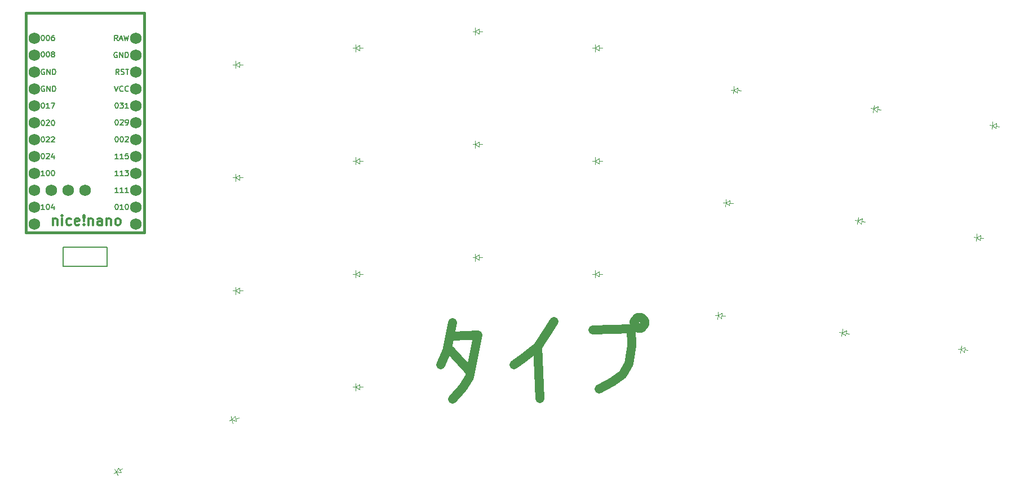
<source format=gbr>
%TF.GenerationSoftware,KiCad,Pcbnew,9.0.3*%
%TF.CreationDate,2025-07-25T16:12:42+02:00*%
%TF.ProjectId,right_pcb,72696768-745f-4706-9362-2e6b69636164,v1.0.0*%
%TF.SameCoordinates,Original*%
%TF.FileFunction,Legend,Top*%
%TF.FilePolarity,Positive*%
%FSLAX46Y46*%
G04 Gerber Fmt 4.6, Leading zero omitted, Abs format (unit mm)*
G04 Created by KiCad (PCBNEW 9.0.3) date 2025-07-25 16:12:42*
%MOMM*%
%LPD*%
G01*
G04 APERTURE LIST*
%ADD10C,1.375000*%
%ADD11C,0.150000*%
%ADD12C,0.300000*%
%ADD13C,0.100000*%
%ADD14C,0.381000*%
%ADD15C,1.752600*%
G04 APERTURE END LIST*
D10*
X302285669Y-138511749D02*
X305039313Y-141537374D01*
X302626194Y-134302413D02*
X302194276Y-136418506D01*
X302194276Y-136418506D02*
X301762358Y-138534598D01*
X301762358Y-138534598D02*
X300807129Y-140673538D01*
X302717587Y-136395657D02*
X306380764Y-136235720D01*
X306380764Y-136235720D02*
X305948846Y-138351812D01*
X305948846Y-138351812D02*
X305516928Y-140467904D01*
X305516928Y-140467904D02*
X305085010Y-142583996D01*
X305085010Y-142583996D02*
X304106932Y-144199625D01*
X304106932Y-144199625D02*
X302605544Y-145838103D01*
X315368444Y-137940543D02*
X315711167Y-145790208D01*
X317825061Y-134163125D02*
X316846983Y-135778755D01*
X316846983Y-135778755D02*
X315368444Y-137940543D01*
X315368444Y-137940543D02*
X313343744Y-139601869D01*
X313343744Y-139601869D02*
X311819508Y-140717036D01*
X323650027Y-135481727D02*
X329406447Y-135230396D01*
X329406447Y-135230396D02*
X329520689Y-137846951D01*
X329520689Y-137846951D02*
X329111619Y-140486354D01*
X329111619Y-140486354D02*
X328133542Y-142101984D01*
X328133542Y-142101984D02*
X326609305Y-143217151D01*
X326609305Y-143217151D02*
X324561758Y-144355166D01*
X330384525Y-133614767D02*
X330907835Y-133591919D01*
X330907835Y-133591919D02*
X331453995Y-134092382D01*
X331453995Y-134092382D02*
X331476843Y-134615692D01*
X331476843Y-134615692D02*
X330976380Y-135161852D01*
X330976380Y-135161852D02*
X330453069Y-135184700D01*
X330453069Y-135184700D02*
X329906910Y-134684237D01*
X329906910Y-134684237D02*
X329884062Y-134160926D01*
X329884062Y-134160926D02*
X330384525Y-133614767D01*
D11*
X241006574Y-108901327D02*
X241082764Y-108901327D01*
X241082764Y-108901327D02*
X241158955Y-108939422D01*
X241158955Y-108939422D02*
X241197050Y-108977517D01*
X241197050Y-108977517D02*
X241235145Y-109053708D01*
X241235145Y-109053708D02*
X241273240Y-109206089D01*
X241273240Y-109206089D02*
X241273240Y-109396565D01*
X241273240Y-109396565D02*
X241235145Y-109548946D01*
X241235145Y-109548946D02*
X241197050Y-109625136D01*
X241197050Y-109625136D02*
X241158955Y-109663232D01*
X241158955Y-109663232D02*
X241082764Y-109701327D01*
X241082764Y-109701327D02*
X241006574Y-109701327D01*
X241006574Y-109701327D02*
X240930383Y-109663232D01*
X240930383Y-109663232D02*
X240892288Y-109625136D01*
X240892288Y-109625136D02*
X240854193Y-109548946D01*
X240854193Y-109548946D02*
X240816097Y-109396565D01*
X240816097Y-109396565D02*
X240816097Y-109206089D01*
X240816097Y-109206089D02*
X240854193Y-109053708D01*
X240854193Y-109053708D02*
X240892288Y-108977517D01*
X240892288Y-108977517D02*
X240930383Y-108939422D01*
X240930383Y-108939422D02*
X241006574Y-108901327D01*
X241578002Y-108977517D02*
X241616098Y-108939422D01*
X241616098Y-108939422D02*
X241692288Y-108901327D01*
X241692288Y-108901327D02*
X241882764Y-108901327D01*
X241882764Y-108901327D02*
X241958955Y-108939422D01*
X241958955Y-108939422D02*
X241997050Y-108977517D01*
X241997050Y-108977517D02*
X242035145Y-109053708D01*
X242035145Y-109053708D02*
X242035145Y-109129898D01*
X242035145Y-109129898D02*
X241997050Y-109244184D01*
X241997050Y-109244184D02*
X241539907Y-109701327D01*
X241539907Y-109701327D02*
X242035145Y-109701327D01*
X242720860Y-109167993D02*
X242720860Y-109701327D01*
X242530384Y-108863232D02*
X242339907Y-109434660D01*
X242339907Y-109434660D02*
X242835146Y-109434660D01*
X252493669Y-97001327D02*
X252227002Y-96620374D01*
X252036526Y-97001327D02*
X252036526Y-96201327D01*
X252036526Y-96201327D02*
X252341288Y-96201327D01*
X252341288Y-96201327D02*
X252417478Y-96239422D01*
X252417478Y-96239422D02*
X252455573Y-96277517D01*
X252455573Y-96277517D02*
X252493669Y-96353708D01*
X252493669Y-96353708D02*
X252493669Y-96467993D01*
X252493669Y-96467993D02*
X252455573Y-96544184D01*
X252455573Y-96544184D02*
X252417478Y-96582279D01*
X252417478Y-96582279D02*
X252341288Y-96620374D01*
X252341288Y-96620374D02*
X252036526Y-96620374D01*
X252798430Y-96963232D02*
X252912716Y-97001327D01*
X252912716Y-97001327D02*
X253103192Y-97001327D01*
X253103192Y-97001327D02*
X253179383Y-96963232D01*
X253179383Y-96963232D02*
X253217478Y-96925136D01*
X253217478Y-96925136D02*
X253255573Y-96848946D01*
X253255573Y-96848946D02*
X253255573Y-96772755D01*
X253255573Y-96772755D02*
X253217478Y-96696565D01*
X253217478Y-96696565D02*
X253179383Y-96658470D01*
X253179383Y-96658470D02*
X253103192Y-96620374D01*
X253103192Y-96620374D02*
X252950811Y-96582279D01*
X252950811Y-96582279D02*
X252874621Y-96544184D01*
X252874621Y-96544184D02*
X252836526Y-96506089D01*
X252836526Y-96506089D02*
X252798430Y-96429898D01*
X252798430Y-96429898D02*
X252798430Y-96353708D01*
X252798430Y-96353708D02*
X252836526Y-96277517D01*
X252836526Y-96277517D02*
X252874621Y-96239422D01*
X252874621Y-96239422D02*
X252950811Y-96201327D01*
X252950811Y-96201327D02*
X253141288Y-96201327D01*
X253141288Y-96201327D02*
X253255573Y-96239422D01*
X253484145Y-96201327D02*
X253941288Y-96201327D01*
X253712716Y-97001327D02*
X253712716Y-96201327D01*
X252347621Y-109701327D02*
X251890478Y-109701327D01*
X252119050Y-109701327D02*
X252119050Y-108901327D01*
X252119050Y-108901327D02*
X252042859Y-109015612D01*
X252042859Y-109015612D02*
X251966669Y-109091803D01*
X251966669Y-109091803D02*
X251890478Y-109129898D01*
X253109526Y-109701327D02*
X252652383Y-109701327D01*
X252880955Y-109701327D02*
X252880955Y-108901327D01*
X252880955Y-108901327D02*
X252804764Y-109015612D01*
X252804764Y-109015612D02*
X252728574Y-109091803D01*
X252728574Y-109091803D02*
X252652383Y-109129898D01*
X253833336Y-108901327D02*
X253452384Y-108901327D01*
X253452384Y-108901327D02*
X253414288Y-109282279D01*
X253414288Y-109282279D02*
X253452384Y-109244184D01*
X253452384Y-109244184D02*
X253528574Y-109206089D01*
X253528574Y-109206089D02*
X253719050Y-109206089D01*
X253719050Y-109206089D02*
X253795241Y-109244184D01*
X253795241Y-109244184D02*
X253833336Y-109282279D01*
X253833336Y-109282279D02*
X253871431Y-109358470D01*
X253871431Y-109358470D02*
X253871431Y-109548946D01*
X253871431Y-109548946D02*
X253833336Y-109625136D01*
X253833336Y-109625136D02*
X253795241Y-109663232D01*
X253795241Y-109663232D02*
X253719050Y-109701327D01*
X253719050Y-109701327D02*
X253528574Y-109701327D01*
X253528574Y-109701327D02*
X253452384Y-109663232D01*
X253452384Y-109663232D02*
X253414288Y-109625136D01*
X241273240Y-98779423D02*
X241197050Y-98741328D01*
X241197050Y-98741328D02*
X241082764Y-98741328D01*
X241082764Y-98741328D02*
X240968478Y-98779423D01*
X240968478Y-98779423D02*
X240892288Y-98855613D01*
X240892288Y-98855613D02*
X240854193Y-98931804D01*
X240854193Y-98931804D02*
X240816097Y-99084185D01*
X240816097Y-99084185D02*
X240816097Y-99198471D01*
X240816097Y-99198471D02*
X240854193Y-99350852D01*
X240854193Y-99350852D02*
X240892288Y-99427042D01*
X240892288Y-99427042D02*
X240968478Y-99503233D01*
X240968478Y-99503233D02*
X241082764Y-99541328D01*
X241082764Y-99541328D02*
X241158955Y-99541328D01*
X241158955Y-99541328D02*
X241273240Y-99503233D01*
X241273240Y-99503233D02*
X241311336Y-99465137D01*
X241311336Y-99465137D02*
X241311336Y-99198471D01*
X241311336Y-99198471D02*
X241158955Y-99198471D01*
X241654193Y-99541328D02*
X241654193Y-98741328D01*
X241654193Y-98741328D02*
X242111336Y-99541328D01*
X242111336Y-99541328D02*
X242111336Y-98741328D01*
X242492288Y-99541328D02*
X242492288Y-98741328D01*
X242492288Y-98741328D02*
X242682764Y-98741328D01*
X242682764Y-98741328D02*
X242797050Y-98779423D01*
X242797050Y-98779423D02*
X242873240Y-98855613D01*
X242873240Y-98855613D02*
X242911335Y-98931804D01*
X242911335Y-98931804D02*
X242949431Y-99084185D01*
X242949431Y-99084185D02*
X242949431Y-99198471D01*
X242949431Y-99198471D02*
X242911335Y-99350852D01*
X242911335Y-99350852D02*
X242873240Y-99427042D01*
X242873240Y-99427042D02*
X242797050Y-99503233D01*
X242797050Y-99503233D02*
X242682764Y-99541328D01*
X242682764Y-99541328D02*
X242492288Y-99541328D01*
D12*
X242562049Y-118669360D02*
X242562049Y-119669360D01*
X242562049Y-118812217D02*
X242633478Y-118740789D01*
X242633478Y-118740789D02*
X242776335Y-118669360D01*
X242776335Y-118669360D02*
X242990621Y-118669360D01*
X242990621Y-118669360D02*
X243133478Y-118740789D01*
X243133478Y-118740789D02*
X243204907Y-118883646D01*
X243204907Y-118883646D02*
X243204907Y-119669360D01*
X243919192Y-119669360D02*
X243919192Y-118669360D01*
X243919192Y-118169360D02*
X243847764Y-118240789D01*
X243847764Y-118240789D02*
X243919192Y-118312217D01*
X243919192Y-118312217D02*
X243990621Y-118240789D01*
X243990621Y-118240789D02*
X243919192Y-118169360D01*
X243919192Y-118169360D02*
X243919192Y-118312217D01*
X245276336Y-119597932D02*
X245133478Y-119669360D01*
X245133478Y-119669360D02*
X244847764Y-119669360D01*
X244847764Y-119669360D02*
X244704907Y-119597932D01*
X244704907Y-119597932D02*
X244633478Y-119526503D01*
X244633478Y-119526503D02*
X244562050Y-119383646D01*
X244562050Y-119383646D02*
X244562050Y-118955074D01*
X244562050Y-118955074D02*
X244633478Y-118812217D01*
X244633478Y-118812217D02*
X244704907Y-118740789D01*
X244704907Y-118740789D02*
X244847764Y-118669360D01*
X244847764Y-118669360D02*
X245133478Y-118669360D01*
X245133478Y-118669360D02*
X245276336Y-118740789D01*
X246490621Y-119597932D02*
X246347764Y-119669360D01*
X246347764Y-119669360D02*
X246062050Y-119669360D01*
X246062050Y-119669360D02*
X245919192Y-119597932D01*
X245919192Y-119597932D02*
X245847764Y-119455074D01*
X245847764Y-119455074D02*
X245847764Y-118883646D01*
X245847764Y-118883646D02*
X245919192Y-118740789D01*
X245919192Y-118740789D02*
X246062050Y-118669360D01*
X246062050Y-118669360D02*
X246347764Y-118669360D01*
X246347764Y-118669360D02*
X246490621Y-118740789D01*
X246490621Y-118740789D02*
X246562050Y-118883646D01*
X246562050Y-118883646D02*
X246562050Y-119026503D01*
X246562050Y-119026503D02*
X245847764Y-119169360D01*
X247204906Y-119526503D02*
X247276335Y-119597932D01*
X247276335Y-119597932D02*
X247204906Y-119669360D01*
X247204906Y-119669360D02*
X247133478Y-119597932D01*
X247133478Y-119597932D02*
X247204906Y-119526503D01*
X247204906Y-119526503D02*
X247204906Y-119669360D01*
X247204906Y-119097932D02*
X247133478Y-118240789D01*
X247133478Y-118240789D02*
X247204906Y-118169360D01*
X247204906Y-118169360D02*
X247276335Y-118240789D01*
X247276335Y-118240789D02*
X247204906Y-119097932D01*
X247204906Y-119097932D02*
X247204906Y-118169360D01*
X247919192Y-118669360D02*
X247919192Y-119669360D01*
X247919192Y-118812217D02*
X247990621Y-118740789D01*
X247990621Y-118740789D02*
X248133478Y-118669360D01*
X248133478Y-118669360D02*
X248347764Y-118669360D01*
X248347764Y-118669360D02*
X248490621Y-118740789D01*
X248490621Y-118740789D02*
X248562050Y-118883646D01*
X248562050Y-118883646D02*
X248562050Y-119669360D01*
X249919193Y-119669360D02*
X249919193Y-118883646D01*
X249919193Y-118883646D02*
X249847764Y-118740789D01*
X249847764Y-118740789D02*
X249704907Y-118669360D01*
X249704907Y-118669360D02*
X249419193Y-118669360D01*
X249419193Y-118669360D02*
X249276335Y-118740789D01*
X249919193Y-119597932D02*
X249776335Y-119669360D01*
X249776335Y-119669360D02*
X249419193Y-119669360D01*
X249419193Y-119669360D02*
X249276335Y-119597932D01*
X249276335Y-119597932D02*
X249204907Y-119455074D01*
X249204907Y-119455074D02*
X249204907Y-119312217D01*
X249204907Y-119312217D02*
X249276335Y-119169360D01*
X249276335Y-119169360D02*
X249419193Y-119097932D01*
X249419193Y-119097932D02*
X249776335Y-119097932D01*
X249776335Y-119097932D02*
X249919193Y-119026503D01*
X250633478Y-118669360D02*
X250633478Y-119669360D01*
X250633478Y-118812217D02*
X250704907Y-118740789D01*
X250704907Y-118740789D02*
X250847764Y-118669360D01*
X250847764Y-118669360D02*
X251062050Y-118669360D01*
X251062050Y-118669360D02*
X251204907Y-118740789D01*
X251204907Y-118740789D02*
X251276336Y-118883646D01*
X251276336Y-118883646D02*
X251276336Y-119669360D01*
X252204907Y-119669360D02*
X252062050Y-119597932D01*
X252062050Y-119597932D02*
X251990621Y-119526503D01*
X251990621Y-119526503D02*
X251919193Y-119383646D01*
X251919193Y-119383646D02*
X251919193Y-118955074D01*
X251919193Y-118955074D02*
X251990621Y-118812217D01*
X251990621Y-118812217D02*
X252062050Y-118740789D01*
X252062050Y-118740789D02*
X252204907Y-118669360D01*
X252204907Y-118669360D02*
X252419193Y-118669360D01*
X252419193Y-118669360D02*
X252562050Y-118740789D01*
X252562050Y-118740789D02*
X252633479Y-118812217D01*
X252633479Y-118812217D02*
X252704907Y-118955074D01*
X252704907Y-118955074D02*
X252704907Y-119383646D01*
X252704907Y-119383646D02*
X252633479Y-119526503D01*
X252633479Y-119526503D02*
X252562050Y-119597932D01*
X252562050Y-119597932D02*
X252419193Y-119669360D01*
X252419193Y-119669360D02*
X252204907Y-119669360D01*
D11*
X241006574Y-91121327D02*
X241082764Y-91121327D01*
X241082764Y-91121327D02*
X241158955Y-91159422D01*
X241158955Y-91159422D02*
X241197050Y-91197517D01*
X241197050Y-91197517D02*
X241235145Y-91273708D01*
X241235145Y-91273708D02*
X241273240Y-91426089D01*
X241273240Y-91426089D02*
X241273240Y-91616565D01*
X241273240Y-91616565D02*
X241235145Y-91768946D01*
X241235145Y-91768946D02*
X241197050Y-91845136D01*
X241197050Y-91845136D02*
X241158955Y-91883232D01*
X241158955Y-91883232D02*
X241082764Y-91921327D01*
X241082764Y-91921327D02*
X241006574Y-91921327D01*
X241006574Y-91921327D02*
X240930383Y-91883232D01*
X240930383Y-91883232D02*
X240892288Y-91845136D01*
X240892288Y-91845136D02*
X240854193Y-91768946D01*
X240854193Y-91768946D02*
X240816097Y-91616565D01*
X240816097Y-91616565D02*
X240816097Y-91426089D01*
X240816097Y-91426089D02*
X240854193Y-91273708D01*
X240854193Y-91273708D02*
X240892288Y-91197517D01*
X240892288Y-91197517D02*
X240930383Y-91159422D01*
X240930383Y-91159422D02*
X241006574Y-91121327D01*
X241768479Y-91121327D02*
X241844669Y-91121327D01*
X241844669Y-91121327D02*
X241920860Y-91159422D01*
X241920860Y-91159422D02*
X241958955Y-91197517D01*
X241958955Y-91197517D02*
X241997050Y-91273708D01*
X241997050Y-91273708D02*
X242035145Y-91426089D01*
X242035145Y-91426089D02*
X242035145Y-91616565D01*
X242035145Y-91616565D02*
X241997050Y-91768946D01*
X241997050Y-91768946D02*
X241958955Y-91845136D01*
X241958955Y-91845136D02*
X241920860Y-91883232D01*
X241920860Y-91883232D02*
X241844669Y-91921327D01*
X241844669Y-91921327D02*
X241768479Y-91921327D01*
X241768479Y-91921327D02*
X241692288Y-91883232D01*
X241692288Y-91883232D02*
X241654193Y-91845136D01*
X241654193Y-91845136D02*
X241616098Y-91768946D01*
X241616098Y-91768946D02*
X241578002Y-91616565D01*
X241578002Y-91616565D02*
X241578002Y-91426089D01*
X241578002Y-91426089D02*
X241616098Y-91273708D01*
X241616098Y-91273708D02*
X241654193Y-91197517D01*
X241654193Y-91197517D02*
X241692288Y-91159422D01*
X241692288Y-91159422D02*
X241768479Y-91121327D01*
X242720860Y-91121327D02*
X242568479Y-91121327D01*
X242568479Y-91121327D02*
X242492288Y-91159422D01*
X242492288Y-91159422D02*
X242454193Y-91197517D01*
X242454193Y-91197517D02*
X242378003Y-91311803D01*
X242378003Y-91311803D02*
X242339907Y-91464184D01*
X242339907Y-91464184D02*
X242339907Y-91768946D01*
X242339907Y-91768946D02*
X242378003Y-91845136D01*
X242378003Y-91845136D02*
X242416098Y-91883232D01*
X242416098Y-91883232D02*
X242492288Y-91921327D01*
X242492288Y-91921327D02*
X242644669Y-91921327D01*
X242644669Y-91921327D02*
X242720860Y-91883232D01*
X242720860Y-91883232D02*
X242758955Y-91845136D01*
X242758955Y-91845136D02*
X242797050Y-91768946D01*
X242797050Y-91768946D02*
X242797050Y-91578470D01*
X242797050Y-91578470D02*
X242758955Y-91502279D01*
X242758955Y-91502279D02*
X242720860Y-91464184D01*
X242720860Y-91464184D02*
X242644669Y-91426089D01*
X242644669Y-91426089D02*
X242492288Y-91426089D01*
X242492288Y-91426089D02*
X242416098Y-91464184D01*
X242416098Y-91464184D02*
X242378003Y-91502279D01*
X242378003Y-91502279D02*
X242339907Y-91578470D01*
X252265098Y-91921327D02*
X251998431Y-91540374D01*
X251807955Y-91921327D02*
X251807955Y-91121327D01*
X251807955Y-91121327D02*
X252112717Y-91121327D01*
X252112717Y-91121327D02*
X252188907Y-91159422D01*
X252188907Y-91159422D02*
X252227002Y-91197517D01*
X252227002Y-91197517D02*
X252265098Y-91273708D01*
X252265098Y-91273708D02*
X252265098Y-91387993D01*
X252265098Y-91387993D02*
X252227002Y-91464184D01*
X252227002Y-91464184D02*
X252188907Y-91502279D01*
X252188907Y-91502279D02*
X252112717Y-91540374D01*
X252112717Y-91540374D02*
X251807955Y-91540374D01*
X252569859Y-91692755D02*
X252950812Y-91692755D01*
X252493669Y-91921327D02*
X252760336Y-91121327D01*
X252760336Y-91121327D02*
X253027002Y-91921327D01*
X253217478Y-91121327D02*
X253407954Y-91921327D01*
X253407954Y-91921327D02*
X253560335Y-91349898D01*
X253560335Y-91349898D02*
X253712716Y-91921327D01*
X253712716Y-91921327D02*
X253903193Y-91121327D01*
X241273240Y-112241327D02*
X240816097Y-112241327D01*
X241044669Y-112241327D02*
X241044669Y-111441327D01*
X241044669Y-111441327D02*
X240968478Y-111555612D01*
X240968478Y-111555612D02*
X240892288Y-111631803D01*
X240892288Y-111631803D02*
X240816097Y-111669898D01*
X241768479Y-111441327D02*
X241844669Y-111441327D01*
X241844669Y-111441327D02*
X241920860Y-111479422D01*
X241920860Y-111479422D02*
X241958955Y-111517517D01*
X241958955Y-111517517D02*
X241997050Y-111593708D01*
X241997050Y-111593708D02*
X242035145Y-111746089D01*
X242035145Y-111746089D02*
X242035145Y-111936565D01*
X242035145Y-111936565D02*
X241997050Y-112088946D01*
X241997050Y-112088946D02*
X241958955Y-112165136D01*
X241958955Y-112165136D02*
X241920860Y-112203232D01*
X241920860Y-112203232D02*
X241844669Y-112241327D01*
X241844669Y-112241327D02*
X241768479Y-112241327D01*
X241768479Y-112241327D02*
X241692288Y-112203232D01*
X241692288Y-112203232D02*
X241654193Y-112165136D01*
X241654193Y-112165136D02*
X241616098Y-112088946D01*
X241616098Y-112088946D02*
X241578002Y-111936565D01*
X241578002Y-111936565D02*
X241578002Y-111746089D01*
X241578002Y-111746089D02*
X241616098Y-111593708D01*
X241616098Y-111593708D02*
X241654193Y-111517517D01*
X241654193Y-111517517D02*
X241692288Y-111479422D01*
X241692288Y-111479422D02*
X241768479Y-111441327D01*
X242530384Y-111441327D02*
X242606574Y-111441327D01*
X242606574Y-111441327D02*
X242682765Y-111479422D01*
X242682765Y-111479422D02*
X242720860Y-111517517D01*
X242720860Y-111517517D02*
X242758955Y-111593708D01*
X242758955Y-111593708D02*
X242797050Y-111746089D01*
X242797050Y-111746089D02*
X242797050Y-111936565D01*
X242797050Y-111936565D02*
X242758955Y-112088946D01*
X242758955Y-112088946D02*
X242720860Y-112165136D01*
X242720860Y-112165136D02*
X242682765Y-112203232D01*
X242682765Y-112203232D02*
X242606574Y-112241327D01*
X242606574Y-112241327D02*
X242530384Y-112241327D01*
X242530384Y-112241327D02*
X242454193Y-112203232D01*
X242454193Y-112203232D02*
X242416098Y-112165136D01*
X242416098Y-112165136D02*
X242378003Y-112088946D01*
X242378003Y-112088946D02*
X242339907Y-111936565D01*
X242339907Y-111936565D02*
X242339907Y-111746089D01*
X242339907Y-111746089D02*
X242378003Y-111593708D01*
X242378003Y-111593708D02*
X242416098Y-111517517D01*
X242416098Y-111517517D02*
X242454193Y-111479422D01*
X242454193Y-111479422D02*
X242530384Y-111441327D01*
X241006574Y-103891327D02*
X241082764Y-103891327D01*
X241082764Y-103891327D02*
X241158955Y-103929422D01*
X241158955Y-103929422D02*
X241197050Y-103967517D01*
X241197050Y-103967517D02*
X241235145Y-104043708D01*
X241235145Y-104043708D02*
X241273240Y-104196089D01*
X241273240Y-104196089D02*
X241273240Y-104386565D01*
X241273240Y-104386565D02*
X241235145Y-104538946D01*
X241235145Y-104538946D02*
X241197050Y-104615136D01*
X241197050Y-104615136D02*
X241158955Y-104653232D01*
X241158955Y-104653232D02*
X241082764Y-104691327D01*
X241082764Y-104691327D02*
X241006574Y-104691327D01*
X241006574Y-104691327D02*
X240930383Y-104653232D01*
X240930383Y-104653232D02*
X240892288Y-104615136D01*
X240892288Y-104615136D02*
X240854193Y-104538946D01*
X240854193Y-104538946D02*
X240816097Y-104386565D01*
X240816097Y-104386565D02*
X240816097Y-104196089D01*
X240816097Y-104196089D02*
X240854193Y-104043708D01*
X240854193Y-104043708D02*
X240892288Y-103967517D01*
X240892288Y-103967517D02*
X240930383Y-103929422D01*
X240930383Y-103929422D02*
X241006574Y-103891327D01*
X241578002Y-103967517D02*
X241616098Y-103929422D01*
X241616098Y-103929422D02*
X241692288Y-103891327D01*
X241692288Y-103891327D02*
X241882764Y-103891327D01*
X241882764Y-103891327D02*
X241958955Y-103929422D01*
X241958955Y-103929422D02*
X241997050Y-103967517D01*
X241997050Y-103967517D02*
X242035145Y-104043708D01*
X242035145Y-104043708D02*
X242035145Y-104119898D01*
X242035145Y-104119898D02*
X241997050Y-104234184D01*
X241997050Y-104234184D02*
X241539907Y-104691327D01*
X241539907Y-104691327D02*
X242035145Y-104691327D01*
X242530384Y-103891327D02*
X242606574Y-103891327D01*
X242606574Y-103891327D02*
X242682765Y-103929422D01*
X242682765Y-103929422D02*
X242720860Y-103967517D01*
X242720860Y-103967517D02*
X242758955Y-104043708D01*
X242758955Y-104043708D02*
X242797050Y-104196089D01*
X242797050Y-104196089D02*
X242797050Y-104386565D01*
X242797050Y-104386565D02*
X242758955Y-104538946D01*
X242758955Y-104538946D02*
X242720860Y-104615136D01*
X242720860Y-104615136D02*
X242682765Y-104653232D01*
X242682765Y-104653232D02*
X242606574Y-104691327D01*
X242606574Y-104691327D02*
X242530384Y-104691327D01*
X242530384Y-104691327D02*
X242454193Y-104653232D01*
X242454193Y-104653232D02*
X242416098Y-104615136D01*
X242416098Y-104615136D02*
X242378003Y-104538946D01*
X242378003Y-104538946D02*
X242339907Y-104386565D01*
X242339907Y-104386565D02*
X242339907Y-104196089D01*
X242339907Y-104196089D02*
X242378003Y-104043708D01*
X242378003Y-104043708D02*
X242416098Y-103967517D01*
X242416098Y-103967517D02*
X242454193Y-103929422D01*
X242454193Y-103929422D02*
X242530384Y-103891327D01*
X241006574Y-106391329D02*
X241082764Y-106391329D01*
X241082764Y-106391329D02*
X241158955Y-106429424D01*
X241158955Y-106429424D02*
X241197050Y-106467519D01*
X241197050Y-106467519D02*
X241235145Y-106543710D01*
X241235145Y-106543710D02*
X241273240Y-106696091D01*
X241273240Y-106696091D02*
X241273240Y-106886567D01*
X241273240Y-106886567D02*
X241235145Y-107038948D01*
X241235145Y-107038948D02*
X241197050Y-107115138D01*
X241197050Y-107115138D02*
X241158955Y-107153234D01*
X241158955Y-107153234D02*
X241082764Y-107191329D01*
X241082764Y-107191329D02*
X241006574Y-107191329D01*
X241006574Y-107191329D02*
X240930383Y-107153234D01*
X240930383Y-107153234D02*
X240892288Y-107115138D01*
X240892288Y-107115138D02*
X240854193Y-107038948D01*
X240854193Y-107038948D02*
X240816097Y-106886567D01*
X240816097Y-106886567D02*
X240816097Y-106696091D01*
X240816097Y-106696091D02*
X240854193Y-106543710D01*
X240854193Y-106543710D02*
X240892288Y-106467519D01*
X240892288Y-106467519D02*
X240930383Y-106429424D01*
X240930383Y-106429424D02*
X241006574Y-106391329D01*
X241578002Y-106467519D02*
X241616098Y-106429424D01*
X241616098Y-106429424D02*
X241692288Y-106391329D01*
X241692288Y-106391329D02*
X241882764Y-106391329D01*
X241882764Y-106391329D02*
X241958955Y-106429424D01*
X241958955Y-106429424D02*
X241997050Y-106467519D01*
X241997050Y-106467519D02*
X242035145Y-106543710D01*
X242035145Y-106543710D02*
X242035145Y-106619900D01*
X242035145Y-106619900D02*
X241997050Y-106734186D01*
X241997050Y-106734186D02*
X241539907Y-107191329D01*
X241539907Y-107191329D02*
X242035145Y-107191329D01*
X242339907Y-106467519D02*
X242378003Y-106429424D01*
X242378003Y-106429424D02*
X242454193Y-106391329D01*
X242454193Y-106391329D02*
X242644669Y-106391329D01*
X242644669Y-106391329D02*
X242720860Y-106429424D01*
X242720860Y-106429424D02*
X242758955Y-106467519D01*
X242758955Y-106467519D02*
X242797050Y-106543710D01*
X242797050Y-106543710D02*
X242797050Y-106619900D01*
X242797050Y-106619900D02*
X242758955Y-106734186D01*
X242758955Y-106734186D02*
X242301812Y-107191329D01*
X242301812Y-107191329D02*
X242797050Y-107191329D01*
X252347621Y-114781327D02*
X251890478Y-114781327D01*
X252119050Y-114781327D02*
X252119050Y-113981327D01*
X252119050Y-113981327D02*
X252042859Y-114095612D01*
X252042859Y-114095612D02*
X251966669Y-114171803D01*
X251966669Y-114171803D02*
X251890478Y-114209898D01*
X253109526Y-114781327D02*
X252652383Y-114781327D01*
X252880955Y-114781327D02*
X252880955Y-113981327D01*
X252880955Y-113981327D02*
X252804764Y-114095612D01*
X252804764Y-114095612D02*
X252728574Y-114171803D01*
X252728574Y-114171803D02*
X252652383Y-114209898D01*
X253871431Y-114781327D02*
X253414288Y-114781327D01*
X253642860Y-114781327D02*
X253642860Y-113981327D01*
X253642860Y-113981327D02*
X253566669Y-114095612D01*
X253566669Y-114095612D02*
X253490479Y-114171803D01*
X253490479Y-114171803D02*
X253414288Y-114209898D01*
X252080955Y-103821327D02*
X252157145Y-103821327D01*
X252157145Y-103821327D02*
X252233336Y-103859422D01*
X252233336Y-103859422D02*
X252271431Y-103897517D01*
X252271431Y-103897517D02*
X252309526Y-103973708D01*
X252309526Y-103973708D02*
X252347621Y-104126089D01*
X252347621Y-104126089D02*
X252347621Y-104316565D01*
X252347621Y-104316565D02*
X252309526Y-104468946D01*
X252309526Y-104468946D02*
X252271431Y-104545136D01*
X252271431Y-104545136D02*
X252233336Y-104583232D01*
X252233336Y-104583232D02*
X252157145Y-104621327D01*
X252157145Y-104621327D02*
X252080955Y-104621327D01*
X252080955Y-104621327D02*
X252004764Y-104583232D01*
X252004764Y-104583232D02*
X251966669Y-104545136D01*
X251966669Y-104545136D02*
X251928574Y-104468946D01*
X251928574Y-104468946D02*
X251890478Y-104316565D01*
X251890478Y-104316565D02*
X251890478Y-104126089D01*
X251890478Y-104126089D02*
X251928574Y-103973708D01*
X251928574Y-103973708D02*
X251966669Y-103897517D01*
X251966669Y-103897517D02*
X252004764Y-103859422D01*
X252004764Y-103859422D02*
X252080955Y-103821327D01*
X252652383Y-103897517D02*
X252690479Y-103859422D01*
X252690479Y-103859422D02*
X252766669Y-103821327D01*
X252766669Y-103821327D02*
X252957145Y-103821327D01*
X252957145Y-103821327D02*
X253033336Y-103859422D01*
X253033336Y-103859422D02*
X253071431Y-103897517D01*
X253071431Y-103897517D02*
X253109526Y-103973708D01*
X253109526Y-103973708D02*
X253109526Y-104049898D01*
X253109526Y-104049898D02*
X253071431Y-104164184D01*
X253071431Y-104164184D02*
X252614288Y-104621327D01*
X252614288Y-104621327D02*
X253109526Y-104621327D01*
X253490479Y-104621327D02*
X253642860Y-104621327D01*
X253642860Y-104621327D02*
X253719050Y-104583232D01*
X253719050Y-104583232D02*
X253757146Y-104545136D01*
X253757146Y-104545136D02*
X253833336Y-104430851D01*
X253833336Y-104430851D02*
X253871431Y-104278470D01*
X253871431Y-104278470D02*
X253871431Y-103973708D01*
X253871431Y-103973708D02*
X253833336Y-103897517D01*
X253833336Y-103897517D02*
X253795241Y-103859422D01*
X253795241Y-103859422D02*
X253719050Y-103821327D01*
X253719050Y-103821327D02*
X253566669Y-103821327D01*
X253566669Y-103821327D02*
X253490479Y-103859422D01*
X253490479Y-103859422D02*
X253452384Y-103897517D01*
X253452384Y-103897517D02*
X253414288Y-103973708D01*
X253414288Y-103973708D02*
X253414288Y-104164184D01*
X253414288Y-104164184D02*
X253452384Y-104240374D01*
X253452384Y-104240374D02*
X253490479Y-104278470D01*
X253490479Y-104278470D02*
X253566669Y-104316565D01*
X253566669Y-104316565D02*
X253719050Y-104316565D01*
X253719050Y-104316565D02*
X253795241Y-104278470D01*
X253795241Y-104278470D02*
X253833336Y-104240374D01*
X253833336Y-104240374D02*
X253871431Y-104164184D01*
X241273240Y-117321327D02*
X240816097Y-117321327D01*
X241044669Y-117321327D02*
X241044669Y-116521327D01*
X241044669Y-116521327D02*
X240968478Y-116635612D01*
X240968478Y-116635612D02*
X240892288Y-116711803D01*
X240892288Y-116711803D02*
X240816097Y-116749898D01*
X241768479Y-116521327D02*
X241844669Y-116521327D01*
X241844669Y-116521327D02*
X241920860Y-116559422D01*
X241920860Y-116559422D02*
X241958955Y-116597517D01*
X241958955Y-116597517D02*
X241997050Y-116673708D01*
X241997050Y-116673708D02*
X242035145Y-116826089D01*
X242035145Y-116826089D02*
X242035145Y-117016565D01*
X242035145Y-117016565D02*
X241997050Y-117168946D01*
X241997050Y-117168946D02*
X241958955Y-117245136D01*
X241958955Y-117245136D02*
X241920860Y-117283232D01*
X241920860Y-117283232D02*
X241844669Y-117321327D01*
X241844669Y-117321327D02*
X241768479Y-117321327D01*
X241768479Y-117321327D02*
X241692288Y-117283232D01*
X241692288Y-117283232D02*
X241654193Y-117245136D01*
X241654193Y-117245136D02*
X241616098Y-117168946D01*
X241616098Y-117168946D02*
X241578002Y-117016565D01*
X241578002Y-117016565D02*
X241578002Y-116826089D01*
X241578002Y-116826089D02*
X241616098Y-116673708D01*
X241616098Y-116673708D02*
X241654193Y-116597517D01*
X241654193Y-116597517D02*
X241692288Y-116559422D01*
X241692288Y-116559422D02*
X241768479Y-116521327D01*
X242720860Y-116787993D02*
X242720860Y-117321327D01*
X242530384Y-116483232D02*
X242339907Y-117054660D01*
X242339907Y-117054660D02*
X242835146Y-117054660D01*
X252080955Y-101281327D02*
X252157145Y-101281327D01*
X252157145Y-101281327D02*
X252233336Y-101319422D01*
X252233336Y-101319422D02*
X252271431Y-101357517D01*
X252271431Y-101357517D02*
X252309526Y-101433708D01*
X252309526Y-101433708D02*
X252347621Y-101586089D01*
X252347621Y-101586089D02*
X252347621Y-101776565D01*
X252347621Y-101776565D02*
X252309526Y-101928946D01*
X252309526Y-101928946D02*
X252271431Y-102005136D01*
X252271431Y-102005136D02*
X252233336Y-102043232D01*
X252233336Y-102043232D02*
X252157145Y-102081327D01*
X252157145Y-102081327D02*
X252080955Y-102081327D01*
X252080955Y-102081327D02*
X252004764Y-102043232D01*
X252004764Y-102043232D02*
X251966669Y-102005136D01*
X251966669Y-102005136D02*
X251928574Y-101928946D01*
X251928574Y-101928946D02*
X251890478Y-101776565D01*
X251890478Y-101776565D02*
X251890478Y-101586089D01*
X251890478Y-101586089D02*
X251928574Y-101433708D01*
X251928574Y-101433708D02*
X251966669Y-101357517D01*
X251966669Y-101357517D02*
X252004764Y-101319422D01*
X252004764Y-101319422D02*
X252080955Y-101281327D01*
X252614288Y-101281327D02*
X253109526Y-101281327D01*
X253109526Y-101281327D02*
X252842860Y-101586089D01*
X252842860Y-101586089D02*
X252957145Y-101586089D01*
X252957145Y-101586089D02*
X253033336Y-101624184D01*
X253033336Y-101624184D02*
X253071431Y-101662279D01*
X253071431Y-101662279D02*
X253109526Y-101738470D01*
X253109526Y-101738470D02*
X253109526Y-101928946D01*
X253109526Y-101928946D02*
X253071431Y-102005136D01*
X253071431Y-102005136D02*
X253033336Y-102043232D01*
X253033336Y-102043232D02*
X252957145Y-102081327D01*
X252957145Y-102081327D02*
X252728574Y-102081327D01*
X252728574Y-102081327D02*
X252652383Y-102043232D01*
X252652383Y-102043232D02*
X252614288Y-102005136D01*
X253871431Y-102081327D02*
X253414288Y-102081327D01*
X253642860Y-102081327D02*
X253642860Y-101281327D01*
X253642860Y-101281327D02*
X253566669Y-101395612D01*
X253566669Y-101395612D02*
X253490479Y-101471803D01*
X253490479Y-101471803D02*
X253414288Y-101509898D01*
X241006574Y-93591327D02*
X241082764Y-93591327D01*
X241082764Y-93591327D02*
X241158955Y-93629422D01*
X241158955Y-93629422D02*
X241197050Y-93667517D01*
X241197050Y-93667517D02*
X241235145Y-93743708D01*
X241235145Y-93743708D02*
X241273240Y-93896089D01*
X241273240Y-93896089D02*
X241273240Y-94086565D01*
X241273240Y-94086565D02*
X241235145Y-94238946D01*
X241235145Y-94238946D02*
X241197050Y-94315136D01*
X241197050Y-94315136D02*
X241158955Y-94353232D01*
X241158955Y-94353232D02*
X241082764Y-94391327D01*
X241082764Y-94391327D02*
X241006574Y-94391327D01*
X241006574Y-94391327D02*
X240930383Y-94353232D01*
X240930383Y-94353232D02*
X240892288Y-94315136D01*
X240892288Y-94315136D02*
X240854193Y-94238946D01*
X240854193Y-94238946D02*
X240816097Y-94086565D01*
X240816097Y-94086565D02*
X240816097Y-93896089D01*
X240816097Y-93896089D02*
X240854193Y-93743708D01*
X240854193Y-93743708D02*
X240892288Y-93667517D01*
X240892288Y-93667517D02*
X240930383Y-93629422D01*
X240930383Y-93629422D02*
X241006574Y-93591327D01*
X241768479Y-93591327D02*
X241844669Y-93591327D01*
X241844669Y-93591327D02*
X241920860Y-93629422D01*
X241920860Y-93629422D02*
X241958955Y-93667517D01*
X241958955Y-93667517D02*
X241997050Y-93743708D01*
X241997050Y-93743708D02*
X242035145Y-93896089D01*
X242035145Y-93896089D02*
X242035145Y-94086565D01*
X242035145Y-94086565D02*
X241997050Y-94238946D01*
X241997050Y-94238946D02*
X241958955Y-94315136D01*
X241958955Y-94315136D02*
X241920860Y-94353232D01*
X241920860Y-94353232D02*
X241844669Y-94391327D01*
X241844669Y-94391327D02*
X241768479Y-94391327D01*
X241768479Y-94391327D02*
X241692288Y-94353232D01*
X241692288Y-94353232D02*
X241654193Y-94315136D01*
X241654193Y-94315136D02*
X241616098Y-94238946D01*
X241616098Y-94238946D02*
X241578002Y-94086565D01*
X241578002Y-94086565D02*
X241578002Y-93896089D01*
X241578002Y-93896089D02*
X241616098Y-93743708D01*
X241616098Y-93743708D02*
X241654193Y-93667517D01*
X241654193Y-93667517D02*
X241692288Y-93629422D01*
X241692288Y-93629422D02*
X241768479Y-93591327D01*
X242492288Y-93934184D02*
X242416098Y-93896089D01*
X242416098Y-93896089D02*
X242378003Y-93857993D01*
X242378003Y-93857993D02*
X242339907Y-93781803D01*
X242339907Y-93781803D02*
X242339907Y-93743708D01*
X242339907Y-93743708D02*
X242378003Y-93667517D01*
X242378003Y-93667517D02*
X242416098Y-93629422D01*
X242416098Y-93629422D02*
X242492288Y-93591327D01*
X242492288Y-93591327D02*
X242644669Y-93591327D01*
X242644669Y-93591327D02*
X242720860Y-93629422D01*
X242720860Y-93629422D02*
X242758955Y-93667517D01*
X242758955Y-93667517D02*
X242797050Y-93743708D01*
X242797050Y-93743708D02*
X242797050Y-93781803D01*
X242797050Y-93781803D02*
X242758955Y-93857993D01*
X242758955Y-93857993D02*
X242720860Y-93896089D01*
X242720860Y-93896089D02*
X242644669Y-93934184D01*
X242644669Y-93934184D02*
X242492288Y-93934184D01*
X242492288Y-93934184D02*
X242416098Y-93972279D01*
X242416098Y-93972279D02*
X242378003Y-94010374D01*
X242378003Y-94010374D02*
X242339907Y-94086565D01*
X242339907Y-94086565D02*
X242339907Y-94238946D01*
X242339907Y-94238946D02*
X242378003Y-94315136D01*
X242378003Y-94315136D02*
X242416098Y-94353232D01*
X242416098Y-94353232D02*
X242492288Y-94391327D01*
X242492288Y-94391327D02*
X242644669Y-94391327D01*
X242644669Y-94391327D02*
X242720860Y-94353232D01*
X242720860Y-94353232D02*
X242758955Y-94315136D01*
X242758955Y-94315136D02*
X242797050Y-94238946D01*
X242797050Y-94238946D02*
X242797050Y-94086565D01*
X242797050Y-94086565D02*
X242758955Y-94010374D01*
X242758955Y-94010374D02*
X242720860Y-93972279D01*
X242720860Y-93972279D02*
X242644669Y-93934184D01*
X252188906Y-93699420D02*
X252112716Y-93661325D01*
X252112716Y-93661325D02*
X251998430Y-93661325D01*
X251998430Y-93661325D02*
X251884144Y-93699420D01*
X251884144Y-93699420D02*
X251807954Y-93775610D01*
X251807954Y-93775610D02*
X251769859Y-93851801D01*
X251769859Y-93851801D02*
X251731763Y-94004182D01*
X251731763Y-94004182D02*
X251731763Y-94118468D01*
X251731763Y-94118468D02*
X251769859Y-94270849D01*
X251769859Y-94270849D02*
X251807954Y-94347039D01*
X251807954Y-94347039D02*
X251884144Y-94423230D01*
X251884144Y-94423230D02*
X251998430Y-94461325D01*
X251998430Y-94461325D02*
X252074621Y-94461325D01*
X252074621Y-94461325D02*
X252188906Y-94423230D01*
X252188906Y-94423230D02*
X252227002Y-94385134D01*
X252227002Y-94385134D02*
X252227002Y-94118468D01*
X252227002Y-94118468D02*
X252074621Y-94118468D01*
X252569859Y-94461325D02*
X252569859Y-93661325D01*
X252569859Y-93661325D02*
X253027002Y-94461325D01*
X253027002Y-94461325D02*
X253027002Y-93661325D01*
X253407954Y-94461325D02*
X253407954Y-93661325D01*
X253407954Y-93661325D02*
X253598430Y-93661325D01*
X253598430Y-93661325D02*
X253712716Y-93699420D01*
X253712716Y-93699420D02*
X253788906Y-93775610D01*
X253788906Y-93775610D02*
X253827001Y-93851801D01*
X253827001Y-93851801D02*
X253865097Y-94004182D01*
X253865097Y-94004182D02*
X253865097Y-94118468D01*
X253865097Y-94118468D02*
X253827001Y-94270849D01*
X253827001Y-94270849D02*
X253788906Y-94347039D01*
X253788906Y-94347039D02*
X253712716Y-94423230D01*
X253712716Y-94423230D02*
X253598430Y-94461325D01*
X253598430Y-94461325D02*
X253407954Y-94461325D01*
X252080960Y-116521326D02*
X252157150Y-116521326D01*
X252157150Y-116521326D02*
X252233341Y-116559421D01*
X252233341Y-116559421D02*
X252271436Y-116597516D01*
X252271436Y-116597516D02*
X252309531Y-116673707D01*
X252309531Y-116673707D02*
X252347626Y-116826088D01*
X252347626Y-116826088D02*
X252347626Y-117016564D01*
X252347626Y-117016564D02*
X252309531Y-117168945D01*
X252309531Y-117168945D02*
X252271436Y-117245135D01*
X252271436Y-117245135D02*
X252233341Y-117283231D01*
X252233341Y-117283231D02*
X252157150Y-117321326D01*
X252157150Y-117321326D02*
X252080960Y-117321326D01*
X252080960Y-117321326D02*
X252004769Y-117283231D01*
X252004769Y-117283231D02*
X251966674Y-117245135D01*
X251966674Y-117245135D02*
X251928579Y-117168945D01*
X251928579Y-117168945D02*
X251890483Y-117016564D01*
X251890483Y-117016564D02*
X251890483Y-116826088D01*
X251890483Y-116826088D02*
X251928579Y-116673707D01*
X251928579Y-116673707D02*
X251966674Y-116597516D01*
X251966674Y-116597516D02*
X252004769Y-116559421D01*
X252004769Y-116559421D02*
X252080960Y-116521326D01*
X253109531Y-117321326D02*
X252652388Y-117321326D01*
X252880960Y-117321326D02*
X252880960Y-116521326D01*
X252880960Y-116521326D02*
X252804769Y-116635611D01*
X252804769Y-116635611D02*
X252728579Y-116711802D01*
X252728579Y-116711802D02*
X252652388Y-116749897D01*
X253604770Y-116521326D02*
X253680960Y-116521326D01*
X253680960Y-116521326D02*
X253757151Y-116559421D01*
X253757151Y-116559421D02*
X253795246Y-116597516D01*
X253795246Y-116597516D02*
X253833341Y-116673707D01*
X253833341Y-116673707D02*
X253871436Y-116826088D01*
X253871436Y-116826088D02*
X253871436Y-117016564D01*
X253871436Y-117016564D02*
X253833341Y-117168945D01*
X253833341Y-117168945D02*
X253795246Y-117245135D01*
X253795246Y-117245135D02*
X253757151Y-117283231D01*
X253757151Y-117283231D02*
X253680960Y-117321326D01*
X253680960Y-117321326D02*
X253604770Y-117321326D01*
X253604770Y-117321326D02*
X253528579Y-117283231D01*
X253528579Y-117283231D02*
X253490484Y-117245135D01*
X253490484Y-117245135D02*
X253452389Y-117168945D01*
X253452389Y-117168945D02*
X253414293Y-117016564D01*
X253414293Y-117016564D02*
X253414293Y-116826088D01*
X253414293Y-116826088D02*
X253452389Y-116673707D01*
X253452389Y-116673707D02*
X253490484Y-116597516D01*
X253490484Y-116597516D02*
X253528579Y-116559421D01*
X253528579Y-116559421D02*
X253604770Y-116521326D01*
X241006574Y-101291327D02*
X241082764Y-101291327D01*
X241082764Y-101291327D02*
X241158955Y-101329422D01*
X241158955Y-101329422D02*
X241197050Y-101367517D01*
X241197050Y-101367517D02*
X241235145Y-101443708D01*
X241235145Y-101443708D02*
X241273240Y-101596089D01*
X241273240Y-101596089D02*
X241273240Y-101786565D01*
X241273240Y-101786565D02*
X241235145Y-101938946D01*
X241235145Y-101938946D02*
X241197050Y-102015136D01*
X241197050Y-102015136D02*
X241158955Y-102053232D01*
X241158955Y-102053232D02*
X241082764Y-102091327D01*
X241082764Y-102091327D02*
X241006574Y-102091327D01*
X241006574Y-102091327D02*
X240930383Y-102053232D01*
X240930383Y-102053232D02*
X240892288Y-102015136D01*
X240892288Y-102015136D02*
X240854193Y-101938946D01*
X240854193Y-101938946D02*
X240816097Y-101786565D01*
X240816097Y-101786565D02*
X240816097Y-101596089D01*
X240816097Y-101596089D02*
X240854193Y-101443708D01*
X240854193Y-101443708D02*
X240892288Y-101367517D01*
X240892288Y-101367517D02*
X240930383Y-101329422D01*
X240930383Y-101329422D02*
X241006574Y-101291327D01*
X242035145Y-102091327D02*
X241578002Y-102091327D01*
X241806574Y-102091327D02*
X241806574Y-101291327D01*
X241806574Y-101291327D02*
X241730383Y-101405612D01*
X241730383Y-101405612D02*
X241654193Y-101481803D01*
X241654193Y-101481803D02*
X241578002Y-101519898D01*
X242301812Y-101291327D02*
X242835146Y-101291327D01*
X242835146Y-101291327D02*
X242492288Y-102091327D01*
X251814288Y-98741327D02*
X252080955Y-99541327D01*
X252080955Y-99541327D02*
X252347621Y-98741327D01*
X253071431Y-99465136D02*
X253033335Y-99503232D01*
X253033335Y-99503232D02*
X252919050Y-99541327D01*
X252919050Y-99541327D02*
X252842859Y-99541327D01*
X252842859Y-99541327D02*
X252728573Y-99503232D01*
X252728573Y-99503232D02*
X252652383Y-99427041D01*
X252652383Y-99427041D02*
X252614288Y-99350851D01*
X252614288Y-99350851D02*
X252576192Y-99198470D01*
X252576192Y-99198470D02*
X252576192Y-99084184D01*
X252576192Y-99084184D02*
X252614288Y-98931803D01*
X252614288Y-98931803D02*
X252652383Y-98855612D01*
X252652383Y-98855612D02*
X252728573Y-98779422D01*
X252728573Y-98779422D02*
X252842859Y-98741327D01*
X252842859Y-98741327D02*
X252919050Y-98741327D01*
X252919050Y-98741327D02*
X253033335Y-98779422D01*
X253033335Y-98779422D02*
X253071431Y-98817517D01*
X253871431Y-99465136D02*
X253833335Y-99503232D01*
X253833335Y-99503232D02*
X253719050Y-99541327D01*
X253719050Y-99541327D02*
X253642859Y-99541327D01*
X253642859Y-99541327D02*
X253528573Y-99503232D01*
X253528573Y-99503232D02*
X253452383Y-99427041D01*
X253452383Y-99427041D02*
X253414288Y-99350851D01*
X253414288Y-99350851D02*
X253376192Y-99198470D01*
X253376192Y-99198470D02*
X253376192Y-99084184D01*
X253376192Y-99084184D02*
X253414288Y-98931803D01*
X253414288Y-98931803D02*
X253452383Y-98855612D01*
X253452383Y-98855612D02*
X253528573Y-98779422D01*
X253528573Y-98779422D02*
X253642859Y-98741327D01*
X253642859Y-98741327D02*
X253719050Y-98741327D01*
X253719050Y-98741327D02*
X253833335Y-98779422D01*
X253833335Y-98779422D02*
X253871431Y-98817517D01*
X252347621Y-112241327D02*
X251890478Y-112241327D01*
X252119050Y-112241327D02*
X252119050Y-111441327D01*
X252119050Y-111441327D02*
X252042859Y-111555612D01*
X252042859Y-111555612D02*
X251966669Y-111631803D01*
X251966669Y-111631803D02*
X251890478Y-111669898D01*
X253109526Y-112241327D02*
X252652383Y-112241327D01*
X252880955Y-112241327D02*
X252880955Y-111441327D01*
X252880955Y-111441327D02*
X252804764Y-111555612D01*
X252804764Y-111555612D02*
X252728574Y-111631803D01*
X252728574Y-111631803D02*
X252652383Y-111669898D01*
X253376193Y-111441327D02*
X253871431Y-111441327D01*
X253871431Y-111441327D02*
X253604765Y-111746089D01*
X253604765Y-111746089D02*
X253719050Y-111746089D01*
X253719050Y-111746089D02*
X253795241Y-111784184D01*
X253795241Y-111784184D02*
X253833336Y-111822279D01*
X253833336Y-111822279D02*
X253871431Y-111898470D01*
X253871431Y-111898470D02*
X253871431Y-112088946D01*
X253871431Y-112088946D02*
X253833336Y-112165136D01*
X253833336Y-112165136D02*
X253795241Y-112203232D01*
X253795241Y-112203232D02*
X253719050Y-112241327D01*
X253719050Y-112241327D02*
X253490479Y-112241327D01*
X253490479Y-112241327D02*
X253414288Y-112203232D01*
X253414288Y-112203232D02*
X253376193Y-112165136D01*
X252080955Y-106361327D02*
X252157145Y-106361327D01*
X252157145Y-106361327D02*
X252233336Y-106399422D01*
X252233336Y-106399422D02*
X252271431Y-106437517D01*
X252271431Y-106437517D02*
X252309526Y-106513708D01*
X252309526Y-106513708D02*
X252347621Y-106666089D01*
X252347621Y-106666089D02*
X252347621Y-106856565D01*
X252347621Y-106856565D02*
X252309526Y-107008946D01*
X252309526Y-107008946D02*
X252271431Y-107085136D01*
X252271431Y-107085136D02*
X252233336Y-107123232D01*
X252233336Y-107123232D02*
X252157145Y-107161327D01*
X252157145Y-107161327D02*
X252080955Y-107161327D01*
X252080955Y-107161327D02*
X252004764Y-107123232D01*
X252004764Y-107123232D02*
X251966669Y-107085136D01*
X251966669Y-107085136D02*
X251928574Y-107008946D01*
X251928574Y-107008946D02*
X251890478Y-106856565D01*
X251890478Y-106856565D02*
X251890478Y-106666089D01*
X251890478Y-106666089D02*
X251928574Y-106513708D01*
X251928574Y-106513708D02*
X251966669Y-106437517D01*
X251966669Y-106437517D02*
X252004764Y-106399422D01*
X252004764Y-106399422D02*
X252080955Y-106361327D01*
X252842860Y-106361327D02*
X252919050Y-106361327D01*
X252919050Y-106361327D02*
X252995241Y-106399422D01*
X252995241Y-106399422D02*
X253033336Y-106437517D01*
X253033336Y-106437517D02*
X253071431Y-106513708D01*
X253071431Y-106513708D02*
X253109526Y-106666089D01*
X253109526Y-106666089D02*
X253109526Y-106856565D01*
X253109526Y-106856565D02*
X253071431Y-107008946D01*
X253071431Y-107008946D02*
X253033336Y-107085136D01*
X253033336Y-107085136D02*
X252995241Y-107123232D01*
X252995241Y-107123232D02*
X252919050Y-107161327D01*
X252919050Y-107161327D02*
X252842860Y-107161327D01*
X252842860Y-107161327D02*
X252766669Y-107123232D01*
X252766669Y-107123232D02*
X252728574Y-107085136D01*
X252728574Y-107085136D02*
X252690479Y-107008946D01*
X252690479Y-107008946D02*
X252652383Y-106856565D01*
X252652383Y-106856565D02*
X252652383Y-106666089D01*
X252652383Y-106666089D02*
X252690479Y-106513708D01*
X252690479Y-106513708D02*
X252728574Y-106437517D01*
X252728574Y-106437517D02*
X252766669Y-106399422D01*
X252766669Y-106399422D02*
X252842860Y-106361327D01*
X253414288Y-106437517D02*
X253452384Y-106399422D01*
X253452384Y-106399422D02*
X253528574Y-106361327D01*
X253528574Y-106361327D02*
X253719050Y-106361327D01*
X253719050Y-106361327D02*
X253795241Y-106399422D01*
X253795241Y-106399422D02*
X253833336Y-106437517D01*
X253833336Y-106437517D02*
X253871431Y-106513708D01*
X253871431Y-106513708D02*
X253871431Y-106589898D01*
X253871431Y-106589898D02*
X253833336Y-106704184D01*
X253833336Y-106704184D02*
X253376193Y-107161327D01*
X253376193Y-107161327D02*
X253871431Y-107161327D01*
X241273238Y-96239422D02*
X241197048Y-96201327D01*
X241197048Y-96201327D02*
X241082762Y-96201327D01*
X241082762Y-96201327D02*
X240968476Y-96239422D01*
X240968476Y-96239422D02*
X240892286Y-96315612D01*
X240892286Y-96315612D02*
X240854191Y-96391803D01*
X240854191Y-96391803D02*
X240816095Y-96544184D01*
X240816095Y-96544184D02*
X240816095Y-96658470D01*
X240816095Y-96658470D02*
X240854191Y-96810851D01*
X240854191Y-96810851D02*
X240892286Y-96887041D01*
X240892286Y-96887041D02*
X240968476Y-96963232D01*
X240968476Y-96963232D02*
X241082762Y-97001327D01*
X241082762Y-97001327D02*
X241158953Y-97001327D01*
X241158953Y-97001327D02*
X241273238Y-96963232D01*
X241273238Y-96963232D02*
X241311334Y-96925136D01*
X241311334Y-96925136D02*
X241311334Y-96658470D01*
X241311334Y-96658470D02*
X241158953Y-96658470D01*
X241654191Y-97001327D02*
X241654191Y-96201327D01*
X241654191Y-96201327D02*
X242111334Y-97001327D01*
X242111334Y-97001327D02*
X242111334Y-96201327D01*
X242492286Y-97001327D02*
X242492286Y-96201327D01*
X242492286Y-96201327D02*
X242682762Y-96201327D01*
X242682762Y-96201327D02*
X242797048Y-96239422D01*
X242797048Y-96239422D02*
X242873238Y-96315612D01*
X242873238Y-96315612D02*
X242911333Y-96391803D01*
X242911333Y-96391803D02*
X242949429Y-96544184D01*
X242949429Y-96544184D02*
X242949429Y-96658470D01*
X242949429Y-96658470D02*
X242911333Y-96810851D01*
X242911333Y-96810851D02*
X242873238Y-96887041D01*
X242873238Y-96887041D02*
X242797048Y-96963232D01*
X242797048Y-96963232D02*
X242682762Y-97001327D01*
X242682762Y-97001327D02*
X242492286Y-97001327D01*
%TO.C,T1*%
X244043768Y-123029025D02*
X244043768Y-125879023D01*
X245393768Y-125879025D02*
X249293768Y-125879025D01*
X247343768Y-125879025D02*
X244043768Y-125879023D01*
X247343768Y-125879025D02*
X250643768Y-125879025D01*
X250643765Y-123029021D02*
X244043768Y-123029025D01*
X250643768Y-125879025D02*
X250643765Y-123029021D01*
D13*
%TO.C,D6*%
X365435222Y-102120880D02*
X365831329Y-102176549D01*
X365831329Y-102176549D02*
X365754786Y-102721197D01*
X365831329Y-102176549D02*
X365907874Y-101631902D01*
X365831329Y-102176549D02*
X366481159Y-101863946D01*
X366369819Y-102656161D02*
X365831329Y-102176549D01*
X366425490Y-102260053D02*
X366920624Y-102329640D01*
X366481159Y-101863946D02*
X366369819Y-102656161D01*
%TO.C,D14*%
X305593766Y-107529029D02*
X305993767Y-107529032D01*
X305993767Y-107529032D02*
X305993766Y-106979029D01*
X305993767Y-107529032D02*
X305993768Y-108079033D01*
X305993767Y-107529032D02*
X306593767Y-107129032D01*
X306593767Y-107129032D02*
X306593767Y-107929032D01*
X306593767Y-107529032D02*
X307093768Y-107529035D01*
X306593767Y-107929032D02*
X305993767Y-107529032D01*
%TO.C,D21*%
X269593767Y-112529028D02*
X269993768Y-112529031D01*
X269993768Y-112529031D02*
X269993767Y-111979028D01*
X269993768Y-112529031D02*
X269993769Y-113079032D01*
X269993768Y-112529031D02*
X270593768Y-112129031D01*
X270593768Y-112129031D02*
X270593768Y-112929031D01*
X270593768Y-112529031D02*
X271093769Y-112529034D01*
X270593768Y-112929031D02*
X269993768Y-112529031D01*
%TO.C,D22*%
X269593761Y-95529027D02*
X269993762Y-95529030D01*
X269993762Y-95529030D02*
X269993761Y-94979027D01*
X269993762Y-95529030D02*
X269993763Y-96079031D01*
X269993762Y-95529030D02*
X270593762Y-95129030D01*
X270593762Y-95129030D02*
X270593762Y-95929030D01*
X270593762Y-95529030D02*
X271093763Y-95529033D01*
X270593762Y-95929030D02*
X269993762Y-95529030D01*
%TO.C,D11*%
X323593766Y-110029032D02*
X323993767Y-110029035D01*
X323993767Y-110029035D02*
X323993766Y-109479032D01*
X323993767Y-110029035D02*
X323993768Y-110579036D01*
X323993767Y-110029035D02*
X324593767Y-109629035D01*
X324593767Y-109629035D02*
X324593767Y-110429035D01*
X324593767Y-110029035D02*
X325093768Y-110029038D01*
X324593767Y-110429035D02*
X323993767Y-110029035D01*
%TO.C,D20*%
X269593767Y-129529037D02*
X269993768Y-129529040D01*
X269993768Y-129529040D02*
X269993767Y-128979037D01*
X269993768Y-129529040D02*
X269993769Y-130079041D01*
X269993768Y-129529040D02*
X270593768Y-129129040D01*
X270593768Y-129129040D02*
X270593768Y-129929040D01*
X270593768Y-129529040D02*
X271093769Y-129529043D01*
X270593768Y-129929040D02*
X269993768Y-129529040D01*
D14*
%TO.C,MCU1*%
X238453764Y-87749032D02*
X238453764Y-120769032D01*
X238453764Y-120769032D02*
X256233764Y-120769032D01*
X256233764Y-87749032D02*
X238453764Y-87749032D01*
X256233764Y-120769032D02*
X256233764Y-87749032D01*
D13*
%TO.C,D7*%
X342040048Y-133249388D02*
X342439073Y-133277290D01*
X342439073Y-133277290D02*
X342400706Y-133825950D01*
X342439073Y-133277290D02*
X342477440Y-132728630D01*
X342439073Y-133277290D02*
X343065515Y-132920118D01*
X343009709Y-133718170D02*
X342439073Y-133277290D01*
X343037610Y-133319144D02*
X343536394Y-133354022D01*
X343065515Y-132920118D02*
X343009709Y-133718170D01*
%TO.C,D19*%
X287593769Y-93029034D02*
X287993770Y-93029037D01*
X287993770Y-93029037D02*
X287993769Y-92479034D01*
X287993770Y-93029037D02*
X287993771Y-93579038D01*
X287993770Y-93029037D02*
X288593770Y-92629037D01*
X288593770Y-92629037D02*
X288593770Y-93429037D01*
X288593770Y-93029037D02*
X289093771Y-93029040D01*
X288593770Y-93429037D02*
X287993770Y-93029037D01*
%TO.C,D8*%
X343225901Y-116290799D02*
X343624926Y-116318701D01*
X343624926Y-116318701D02*
X343586559Y-116867361D01*
X343624926Y-116318701D02*
X343663293Y-115770041D01*
X343624926Y-116318701D02*
X344251368Y-115961529D01*
X344195562Y-116759581D02*
X343624926Y-116318701D01*
X344223463Y-116360555D02*
X344722247Y-116395433D01*
X344251368Y-115961529D02*
X344195562Y-116759581D01*
%TO.C,D1*%
X378528159Y-138295114D02*
X378924266Y-138350783D01*
X378924266Y-138350783D02*
X378847723Y-138895431D01*
X378924266Y-138350783D02*
X379000811Y-137806136D01*
X378924266Y-138350783D02*
X379574096Y-138038180D01*
X379462756Y-138830395D02*
X378924266Y-138350783D01*
X379518427Y-138434287D02*
X380013561Y-138503874D01*
X379574096Y-138038180D02*
X379462756Y-138830395D01*
%TO.C,D13*%
X305593772Y-124529027D02*
X305993773Y-124529030D01*
X305993773Y-124529030D02*
X305993772Y-123979027D01*
X305993773Y-124529030D02*
X305993774Y-125079031D01*
X305993773Y-124529030D02*
X306593773Y-124129030D01*
X306593773Y-124129030D02*
X306593773Y-124929030D01*
X306593773Y-124529030D02*
X307093774Y-124529033D01*
X306593773Y-124929030D02*
X305993773Y-124529030D01*
%TO.C,D3*%
X383260049Y-104625989D02*
X383656156Y-104681658D01*
X383656156Y-104681658D02*
X383579613Y-105226306D01*
X383656156Y-104681658D02*
X383732701Y-104137011D01*
X383656156Y-104681658D02*
X384305986Y-104369055D01*
X384194646Y-105161270D02*
X383656156Y-104681658D01*
X384250317Y-104765162D02*
X384745451Y-104834749D01*
X384305986Y-104369055D02*
X384194646Y-105161270D01*
%TO.C,D24*%
X251709505Y-156990973D02*
X252055915Y-156790973D01*
X252055915Y-156790973D02*
X251780915Y-156314659D01*
X252055915Y-156790973D02*
X252330918Y-157267284D01*
X252055915Y-156790973D02*
X252375530Y-156144563D01*
X252375530Y-156144563D02*
X252775530Y-156837383D01*
X252575530Y-156490976D02*
X253008543Y-156240973D01*
X252775530Y-156837383D02*
X252055915Y-156790973D01*
%TO.C,D18*%
X287593773Y-110029030D02*
X287993774Y-110029033D01*
X287993774Y-110029033D02*
X287993773Y-109479030D01*
X287993774Y-110029033D02*
X287993775Y-110579034D01*
X287993774Y-110029033D02*
X288593774Y-109629033D01*
X288593774Y-109629033D02*
X288593774Y-110429033D01*
X288593774Y-110029033D02*
X289093775Y-110029036D01*
X288593774Y-110429033D02*
X287993774Y-110029033D01*
%TO.C,D5*%
X363069289Y-118955428D02*
X363465396Y-119011097D01*
X363465396Y-119011097D02*
X363388853Y-119555745D01*
X363465396Y-119011097D02*
X363541941Y-118466450D01*
X363465396Y-119011097D02*
X364115226Y-118698494D01*
X364003886Y-119490709D02*
X363465396Y-119011097D01*
X364059557Y-119094601D02*
X364554691Y-119164188D01*
X364115226Y-118698494D02*
X364003886Y-119490709D01*
%TO.C,D15*%
X305593767Y-90529032D02*
X305993768Y-90529035D01*
X305993768Y-90529035D02*
X305993767Y-89979032D01*
X305993768Y-90529035D02*
X305993769Y-91079036D01*
X305993768Y-90529035D02*
X306593768Y-90129035D01*
X306593768Y-90129035D02*
X306593768Y-90929035D01*
X306593768Y-90529035D02*
X307093769Y-90529038D01*
X306593768Y-90929035D02*
X305993768Y-90529035D01*
%TO.C,D9*%
X344411766Y-99332209D02*
X344810791Y-99360111D01*
X344810791Y-99360111D02*
X344772424Y-99908771D01*
X344810791Y-99360111D02*
X344849158Y-98811451D01*
X344810791Y-99360111D02*
X345437233Y-99002939D01*
X345381427Y-99800991D02*
X344810791Y-99360111D01*
X345409328Y-99401965D02*
X345908112Y-99436843D01*
X345437233Y-99002939D02*
X345381427Y-99800991D01*
%TO.C,D17*%
X287593765Y-127029031D02*
X287993766Y-127029034D01*
X287993766Y-127029034D02*
X287993765Y-126479031D01*
X287993766Y-127029034D02*
X287993767Y-127579035D01*
X287993766Y-127029034D02*
X288593766Y-126629034D01*
X288593766Y-126629034D02*
X288593766Y-127429034D01*
X288593766Y-127029034D02*
X289093767Y-127029037D01*
X288593766Y-127429034D02*
X287993766Y-127029034D01*
%TO.C,D2*%
X380894100Y-121460553D02*
X381290207Y-121516222D01*
X381290207Y-121516222D02*
X381213664Y-122060870D01*
X381290207Y-121516222D02*
X381366752Y-120971575D01*
X381290207Y-121516222D02*
X381940037Y-121203619D01*
X381828697Y-121995834D02*
X381290207Y-121516222D01*
X381884368Y-121599726D02*
X382379502Y-121669313D01*
X381940037Y-121203619D02*
X381828697Y-121995834D01*
%TO.C,D4*%
X360703343Y-135789991D02*
X361099450Y-135845660D01*
X361099450Y-135845660D02*
X361022907Y-136390308D01*
X361099450Y-135845660D02*
X361175995Y-135301013D01*
X361099450Y-135845660D02*
X361749280Y-135533057D01*
X361637940Y-136325272D02*
X361099450Y-135845660D01*
X361693611Y-135929164D02*
X362188745Y-135998751D01*
X361749280Y-135533057D02*
X361637940Y-136325272D01*
%TO.C,D12*%
X323593764Y-93029036D02*
X323993765Y-93029039D01*
X323993765Y-93029039D02*
X323993764Y-92479036D01*
X323993765Y-93029039D02*
X323993766Y-93579040D01*
X323993765Y-93029039D02*
X324593765Y-92629039D01*
X324593765Y-92629039D02*
X324593765Y-93429039D01*
X324593765Y-93029039D02*
X325093766Y-93029042D01*
X324593765Y-93429039D02*
X323993765Y-93029039D01*
%TO.C,D10*%
X323593771Y-127029041D02*
X323993772Y-127029044D01*
X323993772Y-127029044D02*
X323993771Y-126479041D01*
X323993772Y-127029044D02*
X323993773Y-127579045D01*
X323993772Y-127029044D02*
X324593772Y-126629044D01*
X324593772Y-126629044D02*
X324593772Y-127429044D01*
X324593772Y-127029044D02*
X325093773Y-127029047D01*
X324593772Y-127429044D02*
X323993772Y-127029044D01*
%TO.C,D23*%
X269042825Y-149035736D02*
X269429195Y-148932207D01*
X269429195Y-148932207D02*
X269286847Y-148400945D01*
X269429195Y-148932207D02*
X269571544Y-149463467D01*
X269429195Y-148932207D02*
X269905220Y-148390545D01*
X269905220Y-148390545D02*
X270112278Y-149163285D01*
X270008750Y-148776915D02*
X270491713Y-148647504D01*
X270112278Y-149163285D02*
X269429195Y-148932207D01*
%TO.C,D16*%
X287593762Y-144029027D02*
X287993763Y-144029030D01*
X287993763Y-144029030D02*
X287993762Y-143479027D01*
X287993763Y-144029030D02*
X287993764Y-144579031D01*
X287993763Y-144029030D02*
X288593763Y-143629030D01*
X288593763Y-143629030D02*
X288593763Y-144429030D01*
X288593763Y-144029030D02*
X289093764Y-144029033D01*
X288593763Y-144429030D02*
X287993763Y-144029030D01*
%TD*%
D15*
%TO.C,MCU1*%
X239723764Y-91559032D03*
X239723763Y-94099029D03*
X239723764Y-96639032D03*
X239723764Y-99179032D03*
X239723764Y-101719032D03*
X239723764Y-104259032D03*
X239723764Y-106799032D03*
X239723764Y-109339032D03*
X239723764Y-111879032D03*
X239723764Y-114419032D03*
X239723760Y-116959030D03*
X239723764Y-119499032D03*
X254963764Y-119499032D03*
X254963765Y-116959035D03*
X254963764Y-114419032D03*
X254963764Y-111879032D03*
X254963764Y-109339032D03*
X254963764Y-106799032D03*
X254963764Y-104259032D03*
X254963764Y-101719032D03*
X254963764Y-99179032D03*
X254963764Y-96639032D03*
X254963768Y-94099034D03*
X254963764Y-91559032D03*
X242263764Y-114419032D03*
X244803764Y-114419032D03*
X247343764Y-114419032D03*
%TD*%
M02*

</source>
